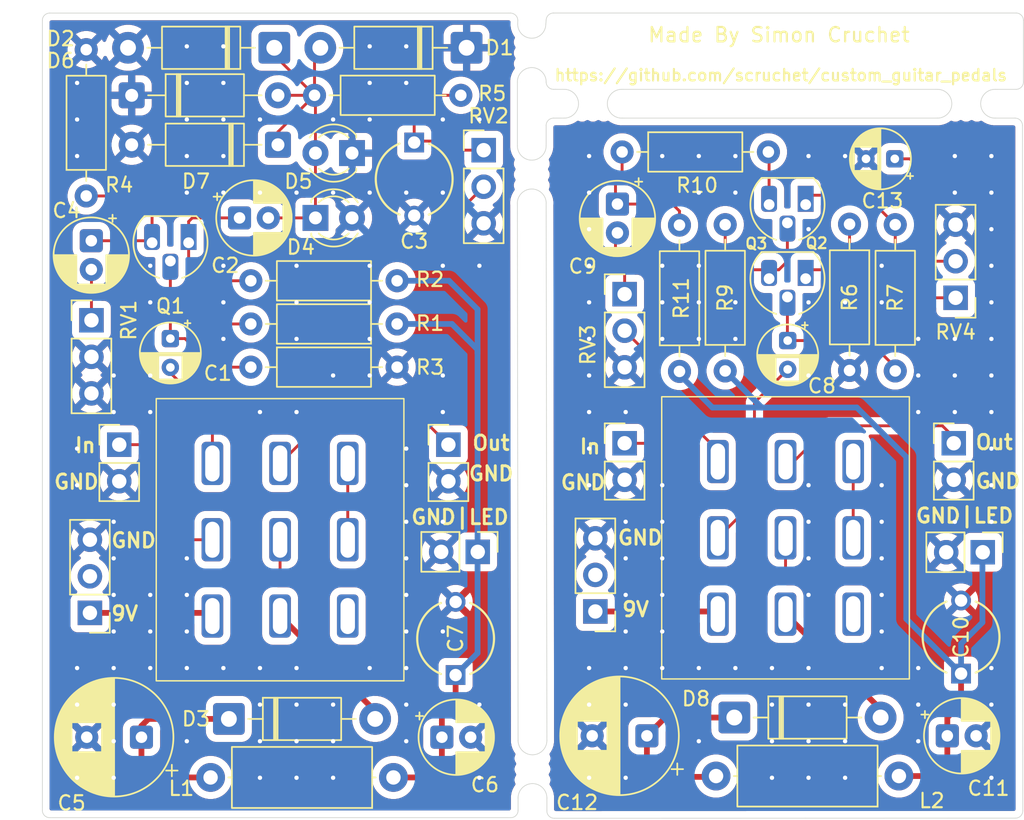
<source format=kicad_pcb>
(kicad_pcb (version 20241229) (generator "pcbnew") (generator_version "9.0")
  (layers (0 "F.Cu" signal) (2 "B.Cu" signal) (13 "F.Paste" user) (15 "B.Paste" user) (5 "F.SilkS" user "F.Silkscreen") (7 "B.SilkS" user "B.Silkscreen") (1 "F.Mask" user) (3 "B.Mask" user) (25 "Edge.Cuts" user))
  (net 0 "")
  (net 1 "Net-(Q1-B)")
  (net 2 "Input_clipper")
  (net 3 "Net-(D1-A)")
  (net 4 "Net-(Q1-C)")
  (net 5 "Net-(C3-Pad1)")
  (net 6 "GND")
  (net 7 "Net-(Q1-E)")
  (net 8 "Net-(C4-Pad2)")
  (net 9 "Net-(D3-K)")
  (net 10 "+9V")
  (net 11 "Net-(S1B-B)")
  (net 12 "Net-(S1A-B)")
  (net 14 "VCC")
  (net 15 "Output_clipper")
  (net 16 "Bypass_clipper")
  (net 17 "Net-(D3-A)")
  (net 19 "Net-(Q2-B)")
  (net 20 "Net-(C9-Pad2)")
  (net 21 "Net-(C9-Pad1)")
  (net 22 "Net-(D8-K)")
  (net 23 "Net-(C13-Pad1)")
  (net 24 "Net-(D8-A)")
  (net 25 "Net-(S2A-B)")
  (net 26 "Net-(S2B-B)")
  (net 28 "Net-(Q2-E)")
  (net 29 "Net-(Q2-C)")
  (net 30 "Net-(Q3-E)")
  (net 31 "Net-(Q3-C)")
  (net 32 "Output_fuzz")
  (net 34 "Input_fuzz")
  (net 35 "Bypass_fuzz")
  (net 36 "VCCQ")
  (net 37 "GND1")
  (net 38 "Input_power")
  (footprint "Perso:mouse-bite-2mm-slot" (layer "F.Cu") (at 144.1515 74.3695 90)
    (property "Reference" "H2" (hide yes))
    (property "Value" "MountingHole" (hide yes))
  )
  (footprint "LED_THT:LED_D3.0mm" (layer "F.Cu") (at 131.6675 72.8785 180)
    (property "Reference" "D4")
    (property "Value" "LED")
  )
  (footprint "Resistor_THT:R_Axial_DIN0207_L6.3mm_D2.5mm_P10.16mm_Horizontal" (layer "F.Cu") (at 150.426 72.8)
    (property "Reference" "R10")
    (property "Value" "4.7k")
  )
  (footprint "Connector_PinHeader_2.54mm:PinHeader_1x02_P2.54mm_Vertical" (layer "F.Cu") (at 138.36 93.13)
    (property "Reference" "J2" (hide yes))
    (property "Value" "Jack-DC")
  )
  (footprint "Diode_THT:D_DO-41_SOD81_P10.16mm_Horizontal" (layer "F.Cu") (at 126.2695 65.5645 180)
    (property "Reference" "D2")
    (property "Value" "D")
  )
  (footprint "Resistor_THT:R_Axial_DIN0207_L6.3mm_D2.5mm_P10.16mm_Horizontal" (layer "F.Cu") (at 134.7985 84.7465 180)
    (property "Reference" "R1")
    (property "Value" "22k")
  )
  (footprint "Resistor_THT:R_Axial_DIN0207_L6.3mm_D2.5mm_P10.16mm_Horizontal" (layer "F.Cu") (at 134.7985 81.7465 180)
    (property "Reference" "R2")
    (property "Value" "3.3k")
  )
  (footprint "Perso:mouse-bite-2mm-slot" (layer "F.Cu") (at 144.2015 115.6695 90)
    (property "Reference" "H1" (hide yes))
    (property "Value" "MountingHole" (hide yes))
  )
  (footprint "Resistor_THT:R_Axial_DIN0207_L6.3mm_D2.5mm_P10.16mm_Horizontal" (layer "F.Cu") (at 113.2085 75.8565 90)
    (property "Reference" "R4")
    (property "Value" "1k")
  )
  (footprint "Capacitor_THT:CP_Radial_D5.0mm_P2.00mm" (layer "F.Cu") (at 123.854387 77.3805)
    (property "Reference" "C2")
    (property "Value" "47u")
  )
  (footprint "Capacitor_THT:CP_Radial_D4.0mm_P2.00mm" (layer "F.Cu") (at 161.926 85.9 -90)
    (property "Reference" "C8")
    (property "Value" "10u")
  )
  (footprint "Resistor_THT:R_Axial_DIN0207_L6.3mm_D2.5mm_P10.16mm_Horizontal" (layer "F.Cu") (at 154.411 88.042 90)
    (property "Reference" "R11")
    (property "Value" "330")
  )
  (footprint "Diode_THT:D_DO-41_SOD81_P10.16mm_Horizontal" (layer "F.Cu") (at 158.22 112.081)
    (property "Reference" "D8")
    (property "Value" "D")
  )
  (footprint "Connector_PinHeader_2.54mm:PinHeader_1x02_P2.54mm_Vertical" (layer "F.Cu") (at 173.46 93.03)
    (property "Reference" "J4" (hide yes))
    (property "Value" "Jack-DC")
  )
  (footprint "Connector_PinHeader_2.54mm:PinHeader_1x03_P2.54mm_Vertical" (layer "F.Cu") (at 113.57 84.49)
    (property "Reference" "RV1")
    (property "Value" "1k - lin")
  )
  (footprint "Capacitor_THT:CP_Radial_D8.0mm_P3.80mm" (layer "F.Cu") (at 152.148651 113.351 180)
    (property "Reference" "C12")
    (property "Value" "470u")
  )
  (footprint "Connector_PinHeader_2.54mm:PinHeader_1x03_P2.54mm_Vertical" (layer "F.Cu") (at 148.568 104.715 180)
    (property "Reference" "J6" (hide yes))
    (property "Value" "Conn_01x03_Pin")
  )
  (footprint "Capacitor_THT:CP_Radial_D8.0mm_P3.80mm" (layer "F.Cu") (at 117.043151 113.4485 180)
    (property "Reference" "C5")
    (property "Value" "470u")
  )
  (footprint "Connector_PinHeader_2.54mm:PinHeader_1x02_P2.54mm_Vertical" (layer "F.Cu") (at 175.475 100.6 -90)
    (property "Reference" "J7" (hide yes))
    (property "Value" "Conn_01x02_Pin")
  )
  (footprint "Perso:2N3904" (layer "F.Cu") (at 163.176 81.6 180)
    (property "Reference" "Q2")
    (property "Value" "2N3904")
  )
  (footprint "Inductor_THT:L_Axial_L9.5mm_D4.0mm_P12.70mm_Horizontal_Fastron_SMCC" (layer "F.Cu") (at 169.65 116.145 180)
    (property "Reference" "L2")
    (property "Value" "22u")
  )
  (footprint "Resistor_THT:R_Axial_DIN0207_L6.3mm_D2.5mm_P10.16mm_Horizontal" (layer "F.Cu") (at 157.586 88.01 90)
    (property "Reference" "R9")
    (property "Value" "33k")
  )
  (footprint "Capacitor_THT:CP_Radial_D5.0mm_P2.00mm" (layer "F.Cu") (at 173.012888 113.351)
    (property "Reference" "C11")
    (property "Value" "1u")
  )
  (footprint "Resistor_THT:R_Axial_DIN0207_L6.3mm_D2.5mm_P10.16mm_Horizontal" (layer "F.Cu") (at 124.6385 87.7465)
    (property "Reference" "R3")
    (property "Value" "5.6k")
  )
  (footprint "Connector_PinHeader_2.54mm:PinHeader_1x03_P2.54mm_Vertical" (layer "F.Cu") (at 150.601 82.676)
    (property "Reference" "RV3")
    (property "Value" "500k - log")
  )
  (footprint "Perso:2N3904" (layer "F.Cu") (at 163.176 76.455 180)
    (property "Reference" "Q3")
    (property "Value" "2N3904")
  )
  (footprint "Connector_PinHeader_2.54mm:PinHeader_1x03_P2.54mm_Vertical" (layer "F.Cu") (at 140.8115 72.6765)
    (property "Reference" "RV2")
    (property "Value" "500k - log")
  )
  (footprint "Perso:mouse-bite-2mm-slot" (layer "F.Cu") (at 144.15 65.925 90)
    (property "Reference" "H5" (hide yes))
    (property "Value" "MountingHole" (hide yes))
  )
  (footprint "Connector_PinHeader_2.54mm:PinHeader_1x02_P2.54mm_Vertical" (layer "F.Cu") (at 140.4 100.575 -90)
    (property "Reference" "J9" (hide yes))
    (property "Value" "Conn_01x02_Pin")
  )
  (footprint "Connector_PinHeader_2.54mm:PinHeader_1x03_P2.54mm_Vertical" (layer "F.Cu") (at 173.588 82.93 180)
    (property "Reference" "RV4")
    (property "Value" "1k - lin")
  )
  (footprint "Capacitor_THT:CP_Radial_D4.0mm_P2.00mm" (layer "F.Cu") (at 119.0505 85.7625 -90)
    (property "Reference" "C1")
    (property "Value" "10u")
  )
  (footprint "Perso:Switch_Principal" (layer "F.Cu") (at 126.6705 99.7325)
    (property "Reference" "S1" (hide yes))
    (property "Value" "~" (hide yes))
  )
  (footprint "LED_THT:LED_D3.0mm" (layer "F.Cu") (at 129.1275 77.3805)
    (property "Reference" "D5")
    (property "Value" "LED")
  )
  (footprint "Perso:mouse-bite-2mm-slot" (layer "F.Cu") (at 148.4 69.45)
    (property "Reference" "H6" (hide yes))
    (property "Value" "MountingHole" (hide yes))
  )
  (footprint "Resistor_THT:R_Axial_DIN0207_L6.3mm_D2.5mm_P10.16mm_Horizontal" (layer "F.Cu") (at 129.0635 68.8665)
    (property "Reference" "R5")
    (property "Value" "3.3k")
  )
  (footprint "Perso:CAP_C322_KEM" (layer "F.Cu") (at 173.968 106.493 90)
    (property "Reference" "C10")
    (property "Value" "0.1u")
  )
  (footprint "Capacitor_THT:CP_Radial_D5.0mm_P2.00mm" (layer "F.Cu") (at 137.907388 113.4485)
    (property "Reference" "C6")
    (property "Value" "1u")
  )
  (footprint "Diode_THT:D_DO-41_SOD81_P10.16mm_Horizontal" (layer "F.Cu") (at 139.6245 65.5645 180)
    (property "Reference" "D1")
    (property "Value" "D")
  )
  (footprint "Diode_THT:D_DO-41_SOD81_P10.16mm_Horizontal" (layer "F.Cu") (at 123.1145 112.1785)
    (property "Reference" "D3")
    (property "Value" "D")
  )
  (footprint "Connector_PinHeader_2.54mm:PinHeader_1x02_P2.54mm_Vertical" (layer "F.Cu") (at 150.6 93.03)
    (property "Reference" "J5" (hide yes))
    (property "Value" "Jack-DC")
  )
  (footprint "Diode_THT:D_A-405_P10.16mm_Horizontal" (layer "F.Cu") (at 126.5235 72.3005 180)
    (property "Reference" "D7")
    (property "Value" "D")
  )
  (footprint "Resistor_THT:R_Axial_DIN0207_L6.3mm_D2.5mm_P10.16mm_Horizontal" (layer "F.Cu") (at 166.222 77.818 -90)
    (property "Reference" "R6")
    (property "Value" "1k")
  )
  (footprint "Package_TO_SOT_THT:TO-92_HandSolder" (layer "F.Cu") (at 120.3205 79.1045 180)
    (property "Reference" "Q1")
    (property "Value" "BC337")
  )
  (footprint "Inductor_THT:L_Axial_L9.5mm_D4.0mm_P12.70mm_Horizontal_Fastron_SMCC" (layer "F.Cu") (at 134.5445 116.2425 180)
    (property "Reference" "L1")
    (property "Value" "22u")
  )
  (footprint "Perso:CAP_C322_KEM" (layer "F.Cu") (at 138.8625 106.5905 90)
    (property "Reference" "C7")
    (property "Value" "0.1u")
  )
  (footprint "Diode_THT:D_A-405_P10.16mm_Horizontal" (layer "F.Cu") (at 116.3635 68.8665)
    (property "Reference" "D6")
    (property "Value" "D")
  )
  (footprint "Connector_PinHeader_2.54mm:PinHeader_1x03_P2.54mm_Vertical" (layer "F.Cu") (at 113.4625 104.8125 180)
    (property "Reference" "J3" (hide yes))
    (property "Value" "Conn_01x03_Pin")
  )
  (footprint "Perso:mouse-bite-2mm-slot" (layer "F.Cu") (at 174.325 69.45)
    (property "Reference" "H4" (hide yes))
    (property "Value" "MountingHole" (hide yes))
  )
  (footprint "Capacitor_THT:CP_Radial_D4.0mm_P2.00mm" (layer "F.Cu") (at 169.365 73.278 180)
    (property "Reference" "C13")
    (property "Value" "22u")
  )
  (footprint "Perso:CAP_C322_KEM" (layer "F.Cu") (at 135.9855 74.6845 -90)
    (property "Reference" "C3")
    (property "Value" "33n")
  )
  (footprint "Capacitor_THT:CP_Radial_D5.0mm_P2.00mm" (layer "F.Cu") (at 150.101 76.419888 -90)
    (property "Reference" "C9")
    (property "Value" "47u")
  )
  (footprint "Capacitor_THT:CP_Radial_D5.0mm_P2.00mm" (layer "F.Cu") (at 113.56 78.965387 -90)
    (property "Reference" "C4")
    (property "Value" "100u")
  )
  (footprint "Perso:Switch_Principal" (layer "F.Cu") (at 161.777 99.601)
    (property "Reference" "S2" (hide yes))
    (property "Value" "~" (hide yes))
  )
  (footprint "Connector_PinHeader_2.54mm:PinHeader_1x02_P2.54mm_Vertical" (layer "F.Cu") (at 115.5 93.13)
    (property "Reference" "J1" (hide yes))
    (property "Value" "Jack-DC")
  )
  (footprint "Resistor_THT:R_Axial_DIN0207_L6.3mm_D2.5mm_P10.16mm_Horizontal" (layer "F.Cu") (at 169.397 88.01 90)
    (property "Reference" "R7")
    (property "Value" "100k")
  )
  (gr_line (start 146.4 70.45) (end 145.65921 70.45121) (stroke (width 0.05)) (layer "Edge.Cuts"))
  (gr_line (start 177.74579 119.070001) (end 145.7095 119.0775) (stroke (width 0.05)) (layer "Edge.Cuts"))
  (gr_line (start 143.15121 67.9408) (end 143.1515 72.3695) (stroke (width 0.05)) (layer "Edge.Cuts"))
  (gr_arc (start 145.65921 68.44879) (mid 145.3 68.3) (end 145.15121 67.94079) (stroke (width 0.05)) (layer "Edge.Cuts"))
  (gr_line (start 172.325 70.45) (end 150.424981 70.45) (stroke (width 0.05)) (layer "Edge.Cuts"))
  (gr_line (start 143.1515 76.3695) (end 143.2015 113.6695) (stroke (width 0.05)) (layer "Edge.Cuts"))
  (gr_arc (start 143.146512 76.3695) (mid 144.1515 75.364512) (end 145.156488 76.3695) (stroke (width 0.05)) (layer "Edge.Cuts"))
  (gr_arc (start 177.724 70.45121) (mid 178.08321 70.6) (end 178.232 70.95921) (stroke (width 0.05)) (layer "Edge.Cuts"))
  (gr_arc (start 145.1515 72.3695) (mid 144.1515 73.3695) (end 143.1515 72.3695) (stroke (width 0.05)) (layer "Edge.Cuts"))
  (gr_line (start 178.29879 67.942) (end 178.3 63.65) (stroke (width 0.05)) (layer "Edge.Cuts"))
  (gr_arc (start 146.4 68.45) (mid 147.4 69.45) (end 146.4 70.45) (stroke (width 0.05)) (layer "Edge.Cuts"))
  (gr_arc (start 143.2015 117.6695) (mid 144.2015 116.6695) (end 145.2015 117.6695) (stroke (width 0.05)) (layer "Edge.Cuts"))
  (gr_line (start 145.151211 63.65921) (end 145.125 63.925) (stroke (width 0.05)) (layer "Edge.Cuts"))
  (gr_arc (start 145.15121 70.95921) (mid 145.3 70.6) (end 145.65921 70.45121) (stroke (width 0.05)) (layer "Edge.Cuts"))
  (gr_arc (start 178.29879 67.942) (mid 178.15 68.30121) (end 177.79079 68.45) (stroke (width 0.05)) (layer "Edge.Cuts"))
  (gr_line (start 146.4 68.45) (end 145.65921 68.448789) (stroke (width 0.05)) (layer "Edge.Cuts"))
  (gr_arc (start 110.6685 119.0365) (mid 110.30929 118.88771) (end 110.1605 118.5285) (stroke (width 0.05)) (layer "Edge.Cuts"))
  (gr_line (start 143.1805 63.6645) (end 143.175 63.925) (stroke (width 0.05)) (layer "Edge.Cuts"))
  (gr_arc (start 145.15121 63.65921) (mid 145.3 63.3) (end 145.65921 63.15121) (stroke (width 0.05)) (layer "Edge.Cuts"))
  (gr_arc (start 142.6725 63.1565) (mid 143.03171 63.30529) (end 143.1805 63.6645) (stroke (width 0.05)) (layer "Edge.Cuts"))
  (gr_arc (start 172.325 68.45) (mid 173.325 69.45) (end 172.325 70.45) (stroke (width 0.05)) (layer "Edge.Cuts"))
  (gr_arc (start 176.349383 70.449703) (mid 175.325074 69.462192) (end 176.325 68.45) (stroke (width 0.05)) (layer "Edge.Cuts"))
  (gr_line (start 110.6685 63.1565) (end 142.6725 63.1565) (stroke (width 0.05)) (layer "Edge.Cuts"))
  (gr_line (start 176.349383 70.449703) (end 177.724 70.449971) (stroke (width 0.05)) (layer "Edge.Cuts"))
  (gr_line (start 178.25379 118.562) (end 178.232 70.95921) (stroke (width 0.05)) (layer "Edge.Cuts"))
  (gr_line (start 142.6935 119.0365) (end 110.6685 119.0365) (stroke (width 0.05)) (layer "Edge.Cuts"))
  (gr_arc (start 178.25379 118.562001) (mid 178.105 118.921211) (end 177.74579 119.070001) (stroke (width 0.05)) (layer "Edge.Cuts"))
  (gr_arc (start 145.125 63.925) (mid 144.15 64.9) (end 143.175 63.925) (stroke (width 0.05)) (layer "Edge.Cuts"))
  (gr_arc (start 177.79079 63.15121) (mid 178.15 63.3) (end 178.29879 63.65921) (stroke (width 0.05)) (layer "Edge.Cuts"))
  (gr_line (start 143.2015 117.6695) (end 143.2015 118.5285) (stroke (width 0.05)) (layer "Edge.Cuts"))
  (gr_arc (start 110.1605 63.6645) (mid 110.30929 63.30529) (end 110.6685 63.1565) (stroke (width 0.05)) (layer "Edge.Cuts"))
  (gr_arc (start 143.2015 118.5285) (mid 143.05271 118.88771) (end 142.6935 119.0365) (stroke (width 0.05)) (layer "Edge.Cuts"))
  (gr_line (start 145.1515 72.3695) (end 145.15121 70.95921) (stroke (width 0.05)) (layer "Edge.Cuts"))
  (gr_arc (start 145.2015 113.6695) (mid 144.2015 114.6695) (end 143.2015 113.6695) (stroke (width 0.05)) (layer "Edge.Cuts"))
  (gr_line (start 145.1515 76.3695) (end 145.2015 113.6695) (stroke (width 0.05)) (layer "Edge.Cuts"))
  (gr_line (start 110.1605 118.5285) (end 110.1605 63.6645) (stroke (width 0.05)) (layer "Edge.Cuts"))
  (gr_arc (start 143.15121 67.9408) (mid 144.15121 66.9408) (end 145.15121 67.9408) (stroke (width 0.05)) (layer "Edge.Cuts"))
  (gr_line (start 150.4 68.45) (end 172.325 68.45) (stroke (width 0.05)) (layer "Edge.Cuts"))
  (gr_line (start 176.328999 68.450008) (end 177.79079 68.449989) (stroke (width 0.05)) (layer "Edge.Cuts"))
  (gr_line (start 145.2015 117.6695) (end 145.2015 118.5695) (stroke (width 0.05)) (layer "Edge.Cuts"))
  (gr_line (start 177.7908 63.15121) (end 145.65 63.15121) (stroke (width 0.05)) (layer "Edge.Cuts"))
  (gr_arc (start 150.424981 70.45) (mid 149.399766 69.462491) (end 150.4 68.449688) (stroke (width 0.05)) (layer "Edge.Cuts"))
  (gr_arc (start 145.7095 119.0775) (mid 145.35029 118.92871) (end 145.2015 118.5695) (stroke (width 0.05)) (layer "Edge.Cuts"))
  (gr_text "GND\n" (at 150.026 100.175 0) (layer "F.SilkS") (effects (font (size 1 1) (thickness 0.2) (bold yes)) (justify left bottom)))
  (gr_text "GND\n" (at 139.675 95.725 0) (layer "F.SilkS") (effects (font (size 1 1) (thickness 0.2) (bold yes)) (justify left bottom)))
  (gr_text "GND|LED\n" (at 135.675 98.75 0) (layer "F.SilkS") (effects (font (size 1 1) (thickness 0.2) (bold yes)) (justify left bottom)))
  (gr_text "GND\n" (at 114.8425 100.3675 0) (layer "F.SilkS") (effects (font (size 1 1) (thickness 0.2) (bold yes)) (justify left bottom)))
  (gr_text "Out\n" (at 174.875 93.55 0) (layer "F.SilkS") (effects (font (size 1 1) (thickness 0.2) (bold yes)) (justify left bottom)))
  (gr_text "In" (at 147.376 93.85 0) (layer "F.SilkS") (effects (font (size 1 1) (thickness 0.2) (bold yes)) (justify left bottom)))
  (gr_text "GND\n" (at 110.87 96.3 0) (layer "F.SilkS") (effects (font (size 1 1) (thickness 0.2) (bold yes)) (justify left bottom)))
  (gr_text "In" (at 112.3195 93.7635 0) (layer "F.SilkS") (effects (font (size 1 1) (thickness 0.2) (bold yes)) (justify left bottom)))
  (gr_text "GND\n" (at 174.875 96.25 0) (layer "F.SilkS") (effects (font (size 1 1) (thickness 0.2) (bold yes)) (justify left bottom)))
  (gr_text "Made By Simon Cruchet" (at 152.15 65.25 0) (layer "F.SilkS") (effects (font (size 1 1)) (justify left bottom)))
  (gr_text "GND\n" (at 146.06 96.34 0) (layer "F.SilkS") (effects (font (size 1 1) (thickness 0.2) (bold yes)) (justify left bottom)))
  (gr_text "Out\n" (at 139.925 93.6 0) (layer "F.SilkS") (effects (font (size 1 1) (thickness 0.2) (bold yes)) (justify left bottom)))
  (gr_text "9V" (at 114.8425 105.4475 0) (layer "F.SilkS") (effects (font (size 1 1) (thickness 0.2) (bold yes)) (justify left bottom)))
  (gr_text "9V" (at 150.326 105.15 0) (layer "F.SilkS") (effects (font (size 1 1) (thickness 0.2) (bold yes)) (justify left bottom)))
  (gr_text "https://github.com/scruchet/custom_guitar_pedals" (at 145.65921 67.94079 0) (layer "F.SilkS") (effects (font (size 0.8 0.8)) (justify left bottom)))
  (gr_text "GND|LED\n" (at 170.725 98.65 0) (layer "F.SilkS") (effects (font (size 1 1) (thickness 0.2) (bold yes)) (justify left bottom)))
  (segment (start 120.3205 84.7465) (end 124.6385 84.7465) (width 0.2) (layer "F.Cu") (net 1))
  (segment (start 124.6385 84.7465) (end 124.6385 85.2545) (width 0.2) (layer "F.Cu") (net 1))
  (segment (start 119.0505 83.4765) (end 120.3205 84.7465) (width 0.2) (layer "F.Cu") (net 1))
  (segment (start 119.0505 85.7625) (end 119.0505 80.3745) (width 0.2) (layer "F.Cu") (net 1))
  (segment (start 122.0505 87.7465) (end 124.6385 87.7465) (width 0.2) (layer "F.Cu") (net 1))
  (segment (start 119.0505 83.8625) (end 119.0505 82.9685) (width 0.2) (layer "F.Cu") (net 1))
  (segment (start 119.0505 82.9685) (end 119.0505 83.4765) (width 0.2) (layer "F.Cu") (net 1))
  (segment (start 119.0505 85.7625) (end 120.0665 85.7625) (width 0.2) (layer "F.Cu") (net 1))
  (segment (start 120.0665 85.7625) (end 122.0505 87.7465) (width 0.2) (layer "F.Cu") (net 1))
  (segment (start 124.6385 84.8325) (end 124.7245 84.7465) (width 0.2) (layer "F.Cu") (net 1))
  (segment (start 124.8045 87.7465) (end 124.6385 87.5805) (width 0.2) (layer "F.Cu") (net 1))
  (segment (start 119.5585 88.6485) (end 119.0505 88.1405) (width 0.2) (layer "F.Cu") (net 2))
  (segment (start 119.0505 88.1405) (end 119.0505 87.7625) (width 0.2) (layer "F.Cu") (net 2))
  (segment (start 121.9705 99.7325) (end 120.0665 99.7325) (width 0.2) (layer "F.Cu") (net 2))
  (segment (start 119.5585 99.2245) (end 119.5585 88.6485) (width 0.2) (layer "F.Cu") (net 2))
  (segment (start 120.0665 99.7325) (end 119.5585 99.2245) (width 0.2) (layer "F.Cu") (net 2))
  (segment (start 129.1275 68.9555) (end 129.1275 72.8785) (width 0.2) (layer "F.Cu") (net 3))
  (segment (start 129.1275 72.8785) (end 128.5185 72.8785) (width 0.2) (layer "F.Cu") (net 3))
  (segment (start 129.1795 68.8665) (end 129.3815 69.0685) (width 0.2) (layer "F.Cu") (net 3))
  (segment (start 126.2695 65.5645) (end 126.2695 66.0725) (width 0.2) (layer "F.Cu") (net 3))
  (segment (start 126.5235 68.8665) (end 129.0635 68.8665) (width 0.2) (layer "F.Cu") (net 3))
  (segment (start 129.0635 65.5645) (end 129.0635 68.8665) (width 0.2) (layer "F.Cu") (net 3))
  (segment (start 125.854387 77.3805) (end 129.1275 77.3805) (width 0.2) (layer "F.Cu") (net 3))
  (segment (start 126.5235 71.4065) (end 129.0635 68.8665) (width 0.2) (layer "F.Cu") (net 3))
  (segment (start 126.5235 72.3005) (end 126.5235 71.4065) (width 0.2) (layer "F.Cu") (net 3))
  (segment (start 129.0635 68.8915) (end 129.1275 68.9555) (width 0.2) (layer "F.Cu") (net 3))
  (segment (start 126.2695 66.0725) (end 129.0635 68.8665) (width 0.2) (layer "F.Cu") (net 3))
  (segment (start 129.0635 68.8665) (end 129.0635 68.8915) (width 0.2) (layer "F.Cu") (net 3))
  (segment (start 129.1275 77.3805) (end 129.1275 72.8785) (width 0.2) (layer "F.Cu") (net 3))
  (segment (start 120.3205 79.1045) (end 120.3205 80.9925) (width 0.2) (layer "F.Cu") (net 4))
  (segment (start 121.0745 81.7465) (end 124.6385 81.7465) (width 0.2) (layer "F.Cu") (net 4))
  (segment (start 120.3205 77.6345) (end 120.3205 79.1045) (width 0.2) (layer "F.Cu") (net 4))
  (segment (start 120.5745 77.3805) (end 120.3205 77.6345) (width 0.2) (layer "F.Cu") (net 4))
  (segment (start 120.3205 80.9925) (end 121.0745 81.7465) (width 0.2) (layer "F.Cu") (net 4))
  (segment (start 120.5505 78.8745) (end 120.3205 79.1045) (width 0.2) (layer "F.Cu") (net 4))
  (segment (start 123.854387 77.3805) (end 120.5745 77.3805) (width 0.2) (layer "F.Cu") (net 4))
  (segment (start 136.6835 68.8665) (end 139.2235 68.8665) (width 0.2) (layer "F.Cu") (net 5))
  (segment (start 139.2235 72.6765) (end 138.5935 72.0465) (width 0.2) (layer "F.Cu") (net 5))
  (segment (start 138.5935 72.0465) (end 136.0835 72.0465) (width 0.2) (layer "F.Cu") (net 5))
  (segment (start 136.0835 72.0465) (end 135.9855 72.1445) (width 0.2) (layer "F.Cu") (net 5))
  (segment (start 140.8115 72.6765) (end 139.2235 72.6765) (width 0.2) (layer "F.Cu") (net 5))
  (segment (start 135.9855 69.5645) (end 136.6835 68.8665) (width 0.2) (layer "F.Cu") (net 5))
  (segment (start 135.9855 72.1445) (end 135.9855 69.5645) (width 0.2) (layer "F.Cu") (net 5))
  (via (at 135.4335 65.465) (size 0.6) (drill 0.3) (layers "F.Cu" "B.Cu") (net 6))
  (via (at 117.6535 83.245) (size 0.6) (drill 0.3) (layers "F.Cu" "B.Cu") (net 6))
  (via (at 137.9735 106.105) (size 0.6) (drill 0.3) (layers "F.Cu" "B.Cu") (net 6))
  (via (at 127.8135 85.785) (size 0.6) (drill 0.3) (layers "F.Cu" "B.Cu") (net 6))
  (via (at 115.1135 103.565) (size 0.6) (drill 0.3) (layers "F.Cu" "B.Cu") (net 6))
  (via (at 112.5735 108.645) (size 0.6) (drill 0.3) (layers "F.Cu" "B.Cu") (net 6))
  (via (at 127.8135 75.625) (size 0.6) (drill 0.3) (layers "F.Cu" "B.Cu") (net 6))
  (via (at 115.1135 88.325) (size 0.6) (drill 0.3) (layers "F.Cu" "B.Cu") (net 6))
  (via (at 115.1135 101.025) (size 0.6) (drill 0.3) (layers "F.Cu" "B.Cu") (net 6))
  (via (at 130.3535 88.325) (size 0.6) (drill 0.3) (layers "F.Cu" "B.Cu") (net 6))
  (via (at 132.8935 75.625) (size 0.6) (drill 0.3) (layers "F.Cu" "B.Cu") (net 6))
  (via (at 120.1935 101.025) (size 0.6) (drill 0.3) (layers "F.Cu" "B.Cu") (net 6))
  (via (at 122.7335 80.705) (size 0.6) (drill 0.3) (layers "F.Cu" "B.Cu") (net 6))
  (via (at 127.8135 90.865) (size 0.6) (drill 0.3) (layers "F.Cu" "B.Cu") (net 6))
  (via (at 115.1135 108.645) (size 0.6) (drill 0.3) (layers "F.Cu" "B.Cu") (net 6))
  (via (at 115.1135 111.185) (size 0.6) (drill 0.3) (layers "F.Cu" "B.Cu") (net 6))
  (via (at 140.5135 111.185) (size 0.6) (drill 0.3) (layers "F.Cu" "B.Cu") (net 6))
  (via (at 125.2735 90.865) (size 0.6) (drill 0.3) (layers "F.Cu" "B.Cu") (net 6))
  (via (at 132.8935 83.245) (size 0.6) (drill 0.3) (layers "F.Cu" "B.Cu") (net 6))
  (via (at 120.1935 108.645) (size 0.6) (drill 0.3) (layers "F.Cu" "B.Cu") (net 6))
  (via (at 122.7335 65.465) (size 0.6) (drill 0.3) (layers "F.Cu" "B.Cu") (net 6))
  (via (at 115.1135 98.485) (size 0.6) (drill 0.3) (layers "F.Cu" "B.Cu") (net 6))
  (via (at 135.4335 113.725) (size 0.6) (drill 0.3) (layers "F.Cu" "B.Cu") (net 6))
  (via (at 137.9735 98.485) (size 0.6) (drill 0.3) (layers "F.Cu" "B.Cu") (net 6))
  (via (at 122.7335 83.245) (size 0.6) (drill 0.3) (layers "F.Cu" "B.Cu") (net 6))
  (via (at 137.9735 80.705) (size 0.6) (drill 0.3) (layers "F.Cu" "B.Cu") (net 6))
  (via (at 120.1935 68.005) (size 0.6) (drill 0.3) (layers "F.Cu" "B.Cu") (net 6))
  (via (at 135.4335 98.485) (size 0.6) (drill 0.3) (layers "F.Cu" "B.Cu") (net 6))
  (via (at 112.5735 95.945) (size 0.6) (drill 0.3) (layers "F.Cu" "B.Cu") (net 6))
  (via (at 130.3535 75.625) (size 0.6) (drill 0.3) (layers "F.Cu" "B.Cu") (net 6))
  (via (at 127.8135 80.705) (size 0.6) (drill 0.3) (layers "F.Cu" "B.Cu") (net 6))
  (via (at 135.4335 75.625) (size 0.6) (drill 0.3) (layers "F.Cu" "B.Cu") (net 6))
  (via (at 122.7335 75.625) (size 0.6) (drill 0.3) (layers "F.Cu" "B.Cu") (net 6))
  (via (at 117.6535 88.325) (size 0.6) (drill 0.3) (layers "F.Cu" "B.Cu") (net 6))
  (via (at 122.7335 85.785) (size 0.6) (drill 0.3) (layers "F.Cu" "B.Cu") (net 6))
  (via (at 135.4335 106.105) (size 0.6) (drill 0.3) (layers "F.Cu" "B.Cu") (net 6))
  (via (at 125.2735 116.265) (size 0.6) (drill 0.3) (layers "F.Cu" "B.Cu") (net 6))
  (via (at 135.4335 101.025) (size 0.6) (drill 0.3) (layers "F.Cu" "B.Cu") (net 6))
  (via (at 115.1135 113.725) (size 0.6) (drill 0.3) (layers "F.Cu" "B.Cu") (net 6))
  (via (at 132.8935 80.705) (size 0.6) (drill 0.3) (layers "F.Cu" "B.Cu") (net 6))
  (via (at 122.7335 68.005) (size 0.6) (drill 0.3) (layers "F.Cu" "B.Cu") (net 6))
  (via (at 137.9735 75.625) (size 0.6) (drill 0.3) (layers "F.Cu" "B.Cu") (net 6))
  (via (at 135.4335 68.005) (size 0.6) (drill 0.3) (layers "F.Cu" "B.Cu") (net 6))
  (via (at 122.7335 108.645) (size 0.6) (drill 0.3) (layers "F.Cu" "B.Cu") (net 6))
  (via (at 135.4335 93.405) (size 0.6) (drill 0.3) (layers "F.Cu" "B.Cu") (net 6))
  (via (at 137.9735 90.865) (size 0.6) (drill 0.3) (layers "F.Cu" "B.Cu") (net 6))
  (via (at 130.3535 116.265) (size 0.6) (drill 0.3) (layers "F.Cu" "B.Cu") (net 6))
  (via (at 127.8135 108.645) (size 0.6) (drill 0.3) (layers "F.Cu" "B.Cu") (net 6))
  (via (at 122.7335 73.085) (size 0.6) (drill 0.3) (layers "F.Cu" "B.Cu") (net 6))
  (via (at 132.8935 68.005) (size 0.6) (drill 0.3) (layers "F.Cu" "B.Cu") (net 6))
  (via (at 140.5135 80.705) (size 0.6) (drill 0.3) (layers "F.Cu" "B.Cu") (net 6))
  (via (at 135.4335 108.645) (size 0.6) (drill 0.3) (layers "F.Cu" "B.Cu") (net 6))
  (via (at 112.5735 70.545) (size 0.6) (drill 0.3) (layers "F.Cu" "B.Cu") (net 6))
  (via (at 112.5735 73.085) (size 0.6) (drill 0.3) (layers "F.Cu" "B.Cu") (net 6))
  (via (at 112.5735 68.005) (size 0.6) (drill 0.3) (layers "F.Cu" "B.Cu") (net 6))
  (via (at 125.2735 113.725) (size 0.6) (drill 0.3) (layers "F.Cu" "B.Cu") (net 6))
  (via (at 117.6535 108.645) (size 0.6) (drill 0.3) (layers "F.Cu" "B.Cu") (net 6))
  (via (at 135.4335 103.565) (size 0.6) (drill 0.3) (layers "F.Cu" "B.Cu") (net 6))
  (via (at 115.1135 106.105) (size 0.6) (drill 0.3) (layers "F.Cu" "B.Cu") (net 6))
  (via (at 125.2735 108.645) (size 0.6) (drill 0.3) (layers "F.Cu" "B.Cu") (net 6))
  (via (at 140.5135 116.265) (size 0.6) (drill 0.3) (layers "F.Cu" "B.Cu") (net 6))
  (via (at 132.8935 108.645) (size 0.6) (drill 0.3) (layers "F.Cu" "B.Cu") (net 6))
  (via (at 112.5735 93.405) (size 0.6) (drill 0.3) (layers "F.Cu" "B.Cu") (net 6))
  (via (at 140.5135 70.545) (size 0.6) (drill 0.3) (layers "F.Cu" "B.Cu") (net 6))
  (via (at 125.2735 75.625) (size 0.6) (drill 0.3) (layers "F.Cu" "B.Cu") (net 6))
  (via (at 127.8135 116.265) (size 0.6) (drill 0.3) (layers "F.Cu" "B.Cu") (net 6))
  (via (at 120.1935 106.105) (size 0.6) (drill 0.3) (layers "F.Cu" "B.Cu") (net 6))
  (via (at 112.5735 116.265) (size 0.6) (drill 0.3) (layers "F.Cu" "B.Cu") (net 6))
  (via (at 132.8935 85.785) (size 0.6) (drill 0.3) (layers "F.Cu" "B.Cu") (net 6))
  (via (at 132.8935 65.465) (size 0.6) (drill 0.3) (layers "F.Cu" "B.Cu") (net 6))
  (via (at 120.1935 65.465) (size 0.6) (drill 0.3) (layers "F.Cu" "B.Cu") (net 6))
  (via (at 117.6535 90.865) (size 0.6) (drill 0.3) (layers "F.Cu" "B.Cu") (net 6))
  (via (at 137.9735 70.545) (size 0.6) (drill 0.3) (layers "F.Cu" "B.Cu") (net 6))
  (via (at 130.3535 70.545) (size 0.6) (drill 0.3) (layers "F.Cu" "B.Cu") (net 6))
  (via (at 135.4335 111.185) (size 0.6) (drill 0.3) (layers "F.Cu" "B.Cu") (net 6))
  (via (at 120.1935 70.545) (size 0.6) (drill 0.3) (layers "F.Cu" "B.Cu") (net 6))
  (via (at 117.6535 80.705) (size 0.6) (drill 0.3) (layers "F.Cu" "B.Cu") (net 6))
  (via (at 120.1935 103.565) (size 0.6) (drill 0.3) (layers "F.Cu" "B.Cu") (net 6))
  (via (at 135.4335 95.945) (size 0.6) (drill 0.3) (layers "F.Cu" "B.Cu") (net 6))
  (via (at 115.1135 90.865) (size 0.6) (drill 0.3) (layers "F.Cu" "B.Cu") (net 6))
  (via (at 122.7335 70.545) (size 0.6) (drill 0.3) (layers "F.Cu" "B.Cu") (net 6))
  (via (at 132.8935 70.545) (size 0.6) (drill 0.3) (layers "F.Cu" "B.Cu") (net 6))
  (via (at 130.3535 113.725) (size 0.6) (drill 0.3) (layers "F.Cu" "B.Cu") (net 6))
  (via (at 127.8135 113.725) (size 0.6) (drill 0.3) (layers "F.Cu" "B.Cu") (net 6))
  (via (at 115.1135 116.265) (size 0.6) (drill 0.3) (layers "F.Cu" "B.Cu") (net 6))
  (via (at 117.6535 103.565) (size 0.6) (drill 0.3) (layers "F.Cu" "B.Cu") (net 6))
  (via (at 117.6535 106.105) (size 0.6) (drill 0.3) (layers "F.Cu" "B.Cu") (net 6))
  (via (at 120.1935 113.725) (size 0.6) (drill 0.3) (layers "F.Cu" "B.Cu") (net 6))
  (via (at 127.8135 83.245) (size 0.6) (drill 0.3) (layers "F.Cu" "B.Cu") (net 6))
  (via (at 132.8935 88.325) (size 0.6) (drill 0.3) (layers "F.Cu" "B.Cu") (net 6))
  (via (at 120.1935 73.085) (size 0.6) (drill 0.3) (layers "F.Cu" "B.Cu") (net 6))
  (via (at 127.8135 111.185) (size 0.6) (drill 0.3) (layers "F.Cu" "B.Cu") (net 6))
  (via (at 125.2735 111.185) (size 0.6) (drill 0.3) (layers "F.Cu" "B.Cu") (net 6))
  (via (at 137.9735 88.325) (size 0.6) (drill 0.3) (layers "F.Cu" "B.Cu") (net 6))
  (via (at 125.2735 70.545) (size 0.6) (drill 0.3) (layers "F.Cu" "B.Cu") (net 6))
  (via (at 130.3535 111.185) (size 0.6) (drill 0.3) (layers "F.Cu" "B.Cu") (net 6))
  (via (at 120.1935 75.625) (size 0.6) (drill 0.3) (layers "F.Cu" "B.Cu") (net 6))
  (via (at 112.5735 111.185) (size 0.6) (drill 0.3) (layers "F.Cu" "B.Cu") (net 6))
  (segment (start 117.7805 76.6185) (end 117.7805 79.1045) (width 0.2) (layer "F.Cu") (net 7))
  (segment (start 117.7805 79.1045) (end 117.641387 78.965387) (width 0.2) (layer "F.Cu") (net 7))
  (segment (start 117.641387 78.965387) (end 113.56 78.965387) (width 0.2) (layer "F.Cu") (net 7))
  (segment (start 113.2085 75.8565) (end 117.0185 75.8565) (width 0.2) (layer "F.Cu") (net 7))
  (segment (start 117.0185 75.8565) (end 117.7805 76.6185) (width 0.2) (layer "F.Cu") (net 7))
  (segment (start 117.4585 78.7825) (end 117.7805 79.1045) (width 0.2) (layer "F.Cu") (net 7))
  (segment (start 113.57 80.975387) (end 113.57 84.49) (width 0.2) (layer "F.Cu") (net 8))
  (segment (start 113.56 80.965387) (end 113.57 80.975387) (width 0.2) (layer "F.Cu") (net 8))
  (segment (start 117.043151 112.661849) (end 117.043151 113.4485) (width 0.4) (layer "F.Cu") (net 9))
  (segment (start 118.2885 116.2425) (end 121.8445 116.2425) (width 0.4) (layer "F.Cu") (net 9))
  (segment (start 123.1145 112.1785) (end 117.5265 112.1785) (width 0.4) (layer "F.Cu") (net 9))
  (segment (start 117.5265 112.1785) (end 117.043151 112.661849) (width 0.4) (layer "F.Cu") (net 9))
  (segment (start 117.043151 113.4485) (end 117.043151 114.997151) (width 0.4) (layer "F.Cu") (net 9))
  (segment (start 117.043151 114.997151) (end 118.2885 116.2425) (width 0.4) (layer "F.Cu") (net 9))
  (segment (start 121.3365 116.4965) (end 121.8445 115.9885) (width 0.4) (layer "F.Cu") (net 9))
  (segment (start 121.7505 104.8125) (end 121.9705 105.0325) (width 0.4) (layer "F.Cu") (net 10))
  (segment (start 121.9365 105.0665) (end 121.9705 105.0325) (width 0.4) (layer "F.Cu") (net 10))
  (segment (start 113.4625 104.8125) (end 113.7165 104.8125) (width 0.2) (layer "F.Cu") (net 10))
  (segment (start 113.7165 104.8125) (end 113.9365 105.0325) (width 0.2) (layer "F.Cu") (net 10))
  (segment (start 113.4625 104.8125) (end 121.7505 104.8125) (width 0.4) (layer "F.Cu") (net 10))
  (segment (start 117.5265 93.1285) (end 115.4945 93.1285) (width 0.2) (layer "F.Cu") (net 11))
  (segment (start 118.5425 101.5105) (end 118.5425 94.1445) (width 0.2) (layer "F.Cu") (net 11))
  (segment (start 126.6705 99.7325) (end 126.6705 101.7645) (width 0.2) (layer "F.Cu") (net 11))
  (segment (start 119.3045 102.2725) (end 118.5425 101.5105) (width 0.2) (layer "F.Cu") (net 11))
  (segment (start 118.5425 94.1445) (end 117.5265 93.1285) (width 0.2) (layer "F.Cu") (net 11))
  (segment (start 126.1625 102.2725) (end 119.3045 102.2725) (width 0.2) (layer "F.Cu") (net 11))
  (segment (start 126.6705 101.7645) (end 126.1625 102.2725) (width 0.2) (layer "F.Cu") (net 11))
  (segment (start 136.5755 91.3555) (end 138.3485 93.1285) (width 0.2) (layer "F.Cu") (net 12))
  (segment (start 138.3485 93.1285) (end 138.3545 93.1285) (width 0.2) (layer "F.Cu") (net 12))
  (segment (start 129.7475 91.3555) (end 136.5755 91.3555) (width 0.2) (layer "F.Cu") (net 12))
  (segment (start 126.6705 94.4325) (end 129.7475 91.3555) (width 0.2) (layer "F.Cu") (net 12))
  (segment (start 137.907388 115.419612) (end 137.907388 113.4485) (width 0.4) (layer "F.Cu") (net 14))
  (segment (start 138.8625 110.7815) (end 138.8625 109.1305) (width 0.4) (layer "F.Cu") (net 14))
  (segment (start 137.0845 116.2425) (end 137.907388 115.419612) (width 0.4) (layer "F.Cu") (net 14))
  (segment (start 137.907388 111.736612) (end 138.8625 110.7815) (width 0.4) (layer "F.Cu") (net 14))
  (segment (start 134.5445 116.2425) (end 137.0845 116.2425) (width 0.4) (layer "F.Cu") (net 14))
  (segment (start 137.907388 113.4485) (end 137.907388 111.736612) (width 0.4) (layer "F.Cu") (net 14))
  (segment (start 138.4025 81.7465) (end 134.7985 81.7465) (width 0.4) (layer "B.Cu") (net 14))
  (segment (start 138.8625 109.1305) (end 140.3865 107.6065) (width 0.4) (layer "B.Cu") (net 14))
  (segment (start 140.3865 107.6065) (end 140.3865 86.5245) (width 0.4) (layer "B.Cu") (net 14))
  (segment (start 138.6085 84.7465) (end 134.7985 84.7465) (width 0.4) (layer "B.Cu") (net 14))
  (segment (start 140.3865 83.7305) (end 138.4025 81.7465) (width 0.4) (layer "B.Cu") (net 14))
  (segment (start 139.6245 85.7625) (end 138.6085 84.7465) (width 0.4) (layer "B.Cu") (net 14))
  (segment (start 140.3865 86.5245) (end 139.6245 85.7625) (width 0.4) (layer "B.Cu") (net 14))
  (segment (start 140.3865 86.7785) (end 140.3865 83.7305) (width 0.4) (layer "B.Cu") (net 14))
  (segment (start 132.2585 78.9045) (end 137.1235 78.9045) (width 0.2) (layer "F.Cu") (net 15))
  (segment (start 121.9705 94.4325) (end 121.9705 90.7165) (width 0.2) (layer "F.Cu") (net 15))
  (segment (start 121.9705 90.7165) (end 123.4955 89.1915) (width 0.2) (layer "F.Cu") (net 15))
  (segment (start 137.1235 78.9045) (end 140.8115 75.2165) (width 0.2) (layer "F.Cu") (net 15))
  (segment (start 130.7345 80.4285) (end 132.2585 78.9045) (width 0.2) (layer "F.Cu") (net 15))
  (segment (start 123.4955 89.1915) (end 127.0515 89.1915) (width 0.2) (layer "F.Cu") (net 15))
  (segment (start 130.7345 85.5085) (end 130.7345 80.4285) (width 0.2) (layer "F.Cu") (net 15))
  (segment (start 127.0515 89.1915) (end 130.7345 85.5085) (width 0.2) (layer "F.Cu") (net 15))
  (segment (start 131.3705 94.4325) (end 131.3705 99.7325) (width 0.2) (layer "F.Cu") (net 16))
  (segment (start 133.2745 111.6365) (end 133.2745 112.1785) (width 0.4) (layer "F.Cu") (net 17))
  (segment (start 126.6705 105.0325) (end 133.2745 111.6365) (width 0.4) (layer "F.Cu") (net 17))
  (segment (start 161.926 85.9) (end 167.551 85.9) (width 0.2) (layer "F.Cu") (net 19))
  (segment (start 161.926 85.9) (end 161.906 85.88) (width 0.2) (layer "F.Cu") (net 19))
  (segment (start 167.551 85.9) (end 169.397 87.746) (width 0.2) (layer "F.Cu") (net 19))
  (segment (start 169.397 87.746) (end 169.397 88.01) (width 0.2) (layer "F.Cu") (net 19))
  (segment (start 161.906 85.88) (end 161.906 82.87) (width 0.2) (layer "F.Cu") (net 19))
  (segment (start 150.101 78.419888) (end 149.966 78.554888) (width 0.2) (layer "F.Cu") (net 20))
  (segment (start 150.601 80.39) (end 150.601 82.676) (width 0.2) (layer "F.Cu") (net 20))
  (segment (start 149.966 79.755) (end 150.601 80.39) (width 0.2) (layer "F.Cu") (net 20))
  (segment (start 149.966 78.554888) (end 149.966 79.755) (width 0.2) (layer "F.Cu") (net 20))
  (segment (start 149.966 74.585) (end 150.426 74.125) (width 0.2) (layer "F.Cu") (net 21))
  (segment (start 154.411 77.882) (end 154.411 76.91) (width 0.2) (layer "F.Cu") (net 21))
  (segment (start 149.966 76.419888) (end 149.966 74.585) (width 0.2) (layer "F.Cu") (net 21))
  (segment (start 153.920888 76.419888) (end 149.966 76.419888) (width 0.2) (layer "F.Cu") (net 21))
  (segment (start 154.411 76.91) (end 153.920888 76.419888) (width 0.2) (layer "F.Cu") (net 21))
  (segment (start 150.426 74.125) (end 150.426 72.8) (width 0.2) (layer "F.Cu") (net 21))
  (segment (start 158.22 112.081) (end 153.418651 112.081) (width 0.4) (layer "F.Cu") (net 22))
  (segment (start 156.891 116.204) (end 156.95 116.145) (width 0.4) (layer "F.Cu") (net 22))
  (segment (start 153.014 116.204) (end 156.891 116.204) (width 0.4) (layer "F.Cu") (net 22))
  (segment (start 152.148651 115.338651) (end 153.014 116.204) (width 0.4) (layer "F.Cu") (net 22))
  (segment (start 152.148651 113.351) (end 152.148651 115.338651) (width 0.4) (layer "F.Cu") (net 22))
  (segment (start 153.418651 112.081) (end 152.148651 113.351) (width 0.4) (layer "F.Cu") (net 22))
  (segment (start 171.076 80.037) (end 171.429 80.39) (width 0.2) (layer "F.Cu") (net 23))
  (segment (start 171.076 73.941) (end 171.076 80.037) (width 0.2) (layer "F.Cu") (net 23))
  (segment (start 171.429 80.39) (end 173.588 80.39) (width 0.2) (layer "F.Cu") (net 23))
  (segment (start 169.365 73.278) (end 170.413 73.278) (width 0.2) (layer "F.Cu") (net 23))
  (segment (start 170.413 73.278) (end 171.076 73.941) (width 0.2) (layer "F.Cu") (net 23))
  (segment (start 168.38 111.504) (end 168.38 112.081) (width 0.4) (layer "F.Cu") (net 24))
  (segment (start 161.777 104.901) (end 168.38 111.504) (width 0.4) (layer "F.Cu") (net 24))
  (segment (start 164.825 91.82) (end 172.67 91.82) (width 0.2) (layer "F.Cu") (net 25))
  (segment (start 173.46 92.61) (end 173.46 93.031) (width 0.2) (layer "F.Cu") (net 25))
  (segment (start 172.67 91.82) (end 173.46 92.61) (width 0.2) (layer "F.Cu") (net 25))
  (segment (start 162.344 94.301) (end 164.825 91.82) (width 0.2) (layer "F.Cu") (net 25))
  (segment (start 161.777 94.301) (end 162.344 94.301) (width 0.2) (layer "F.Cu") (net 25))
  (segment (start 154.665 94.106) (end 153.595 93.036) (width 0.2) (layer "F.Cu") (net 26))
  (segment (start 153.595 93.036) (end 150.6 93.036) (width 0.2) (layer "F.Cu") (net 26))
  (segment (start 161.777 101.853) (end 161.015 102.615) (width 0.2) (layer "F.Cu") (net 26))
  (segment (start 161.777 99.601) (end 161.777 101.853) (width 0.2) (layer "F.Cu") (net 26))
  (segment (start 154.665 101.726) (end 154.665 94.106) (width 0.2) (layer "F.Cu") (net 26))
  (segment (start 155.554 102.615) (end 154.665 101.726) (width 0.2) (layer "F.Cu") (net 26))
  (segment (start 161.015 102.615) (end 155.554 102.615) (width 0.2) (layer "F.Cu") (net 26))
  (segment (start 164.645 80.981) (end 166.222 79.404) (width 0.2) (layer "F.Cu") (net 28))
  (segment (start 163.174 80.981) (end 164.645 80.981) (width 0.2) (layer "F.Cu") (net 28))
  (segment (start 166.222 79.404) (end 166.222 77.818) (width 0.2) (layer "F.Cu") (net 28))
  (segment (start 161.313 80.981) (end 161.904 80.39) (width 0.2) (layer "F.Cu") (net 29))
  (segment (start 157.586 77.85) (end 157.586 79.51) (width 0.2) (layer "F.Cu") (net 29))
  (segment (start 157.586 79.51) (end 159.057 80.981) (width 0.2) (layer "F.Cu") (net 29))
  (segment (start 159.057 80.981) (end 161.313 80.981) (width 0.2) (layer "F.Cu") (net 29))
  (segment (start 161.904 80.39) (end 161.904 77.772) (width 0.2) (layer "F.Cu") (net 29))
  (segment (start 161.904 77.772) (end 161.906 77.77) (width 0.2) (layer "F.Cu") (net 29))
  (segment (start 167.353 75.806) (end 163.174 75.806) (width 0.2) (layer "F.Cu") (net 30))
  (segment (start 169.905 82.93) (end 173.588 82.93) (width 0.2) (layer "F.Cu") (net 30))
  (segment (start 169.397 77.85) (end 169.397 82.422) (width 0.2) (layer "F.Cu") (net 30))
  (segment (start 169.397 77.85) (end 167.353 75.806) (width 0.2) (layer "F.Cu") (net 30))
  (segment (start 169.397 82.422) (end 169.905 82.93) (width 0.2) (layer "F.Cu") (net 30))
  (segment (start 160.634 72.848) (end 160.634 75.806) (width 0.2) (layer "F.Cu") (net 31))
  (segment (start 160.586 72.8) (end 160.634 72.848) (width 0.2) (layer "F.Cu") (net 31))
  (segment (start 152.6965 89.153) (end 157.077 93.5335) (width 0.2) (layer "F.Cu") (net 32))
  (segment (start 150.601 85.216) (end 152.633 87.248) (width 0.2) (layer "F.Cu") (net 32))
  (segment (start 157.077 93.5335) (end 157.077 94.301) (width 0.2) (layer "F.Cu") (net 32))
  (segment (start 152.633 89.0895) (end 152.72825 89.18475) (width 0.2) (layer "F.Cu") (net 32))
  (segment (start 152.633 87.248) (end 152.633 89.0895) (width 0.2) (layer "F.Cu") (net 32))
  (segment (start 157.077 99.601) (end 159.618 97.06) (width 0.2) (layer "F.Cu") (net 34))
  (segment (start 159.618 90.208) (end 161.926 87.9) (width 0.2) (layer "F.Cu") (net 34))
  (segment (start 159.618 97.06) (end 159.618 90.208) (width 0.2) (layer "F.Cu") (net 34))
  (segment (start 166.477 94.301) (end 166.477 99.601) (width 0.2) (layer "F.Cu") (net 35))
  (segment (start 173.012888 112.080112) (end 173.969 111.124) (width 0.4) (layer "F.Cu") (net 36))
  (segment (start 173.969 111.124) (end 173.969 110.997) (width 0.4) (layer "F.Cu") (net 36))
  (segment (start 171.742 116.145) (end 173.012888 114.874112) (width 0.4) (layer "F.Cu") (net 36))
  (segment (start 173.012888 114.874112) (end 173.012888 113.351) (width 0.4) (layer "F.Cu") (net 36))
  (segment (start 173.012888 113.351) (end 173.012888 112.080112) (width 0.4) (layer "F.Cu") (net 36))
  (segment (start 173.969 110.997) (end 173.968 110.996) (width 0.4) (layer "F.Cu") (net 36))
  (segment (start 173.968 110.996) (end 173.968 109.033) (width 0.4) (layer "F.Cu") (net 36))
  (segment (start 169.65 116.145) (end 171.742 116.145) (width 0.4) (layer "F.Cu") (net 36))
  (segment (start 154.411 88.264) (end 156.697 90.55) (width 0.4) (layer "B.Cu") (net 36))
  (segment (start 170.159 93.979) (end 170.159 105.224) (width 0.4) (layer "B.Cu") (net 36))
  (segment (start 175.451 100.7) (end 175.351 100.6) (width 0.4) (layer "B.Cu") (net 36))
  (segment (start 173.968 109.033) (end 173.968 106.958) (width 0.4) (layer "B.Cu") (net 36))
  (segment (start 173.968 106.958) (end 175.451 105.475) (width 0.4) (layer "B.Cu") (net 36))
  (segment (start 160.126 90.55) (end 166.73 90.55) (width 0.4) (layer "B.Cu") (net 36))
  (segment (start 170.159 105.224) (end 173.968 109.033) (width 0.4) (layer "B.Cu") (net 36))
  (segment (start 175.451 105.475) (end 175.451 100.7) (width 0.4) (layer "B.Cu") (net 36))
  (segment (start 154.411 88.042) (end 154.411 88.264) (width 0.4) (layer "B.Cu") (net 36))
  (segment (start 166.73 90.55) (end 170.159 93.979) (width 0.4) (layer "B.Cu") (net 36))
  (segment (start 156.697 90.55) (end 160.126 90.55) (width 0.4) (layer "B.Cu") (net 36))
  (segment (start 157.586 88.01) (end 160.126 90.55) (width 0.4) (layer "B.Cu") (net 36))
  (via (at 176.0735 78.165) (size 0.6) (drill 0.3) (layers "F.Cu" "B.Cu") (net 37))
  (via (at 148.1335 88.325) (size 0.6) (drill 0.3) (layers "F.Cu" "B.Cu") (net 37))
  (via (at 176.0735 98.485) (size 0.6) (drill 0.3) (layers "F.Cu" "B.Cu") (net 37))
  (via (at 148.1335 75.625) (size 0.6) (drill 0.3) (layers "F.Cu" "B.Cu") (net 37))
  (via (at 148.1335 111.185) (size 0.6) (drill 0.3) (layers "F.Cu" "B.Cu") (net 37))
  (via (at 148.1335 83.245) (size 0.6) (drill 0.3) (layers "F.Cu" "B.Cu") (net 37))
  (via (at 170.9935 85.785) (size 0.6) (drill 0.3) (layers "F.Cu" "B.Cu") (net 37))
  (via (at 153.2135 103.565) (size 0.6) (drill 0.3) (layers "F.Cu" "B.Cu") (net 37))
  (via (at 155.7535 73.085) (size 0.6) (drill 0.3) (layers "F.Cu" "B.Cu") (net 37))
  (via (at 155.7535 80.705) (size 0.6) (drill 0.3) (layers "F.Cu" "B.Cu") (net 37))
  (via (at 153.2135 101.025) (size 0.6) (drill 0.3) (layers "F.Cu" "B.Cu") (net 37))
  (via (at 168.4535 103.565) (size 0.6) (drill 0.3) (layers "F.Cu" "B.Cu") (net 37))
  (via (at 148.1335 73.085) (size 0.6) (drill 0.3) (layers "F.Cu" "B.Cu") (net 37))
  (via (at 168.4535 95.945) (size 0.6) (drill 0.3) (layers "F.Cu" "B.Cu") (net 37))
  (via (at 163.3735 78.165) (size 0.6) (drill 0.3) (layers "F.Cu" "B.Cu") (net 37))
  (via (at 160.8335 116.265) (size 0.6) (drill 0.3) (layers "F.Cu" "B.Cu") (net 37))
  (via (at 176.0735 108.645) (size 0.6) (drill 0.3) (layers "F.Cu" "B.Cu") (net 37))
  (via (at 153.2135 106.105) (size 0.6) (drill 0.3) (layers "F.Cu" "B.Cu") (net 37))
  (via (at 165.9135 111.185) (size 0.6) (drill 0.3) (layers "F.Cu" "B.Cu") (net 37))
  (via (at 163.3735 108.645) (size 0.6) (drill 0.3) (layers "F.Cu" "B.Cu") (net 37))
  (via (at 153.2135 95.945) (size 0.6) (drill 0.3) (layers "F.Cu" "B.Cu") (net 37))
  (via (at 176.0735 73.085) (size 0.6) (drill 0.3) (layers "F.Cu" "B.Cu") (net 37))
  (via (at 158.2935 75.625) (size 0.6) (drill 0.3) (layers "F.Cu" "B.Cu") (net 37))
  (via (at 148.1335 78.165) (size 0.6) (drill 0.3) (layers "F.Cu" "B.Cu") (net 37))
  (via (at 170.9935 88.325) (size 0.6) (drill 0.3) (layers "F.Cu" "B.Cu") (net 37))
  (via (at 170.9935 108.645) (size 0.6) (drill 0.3) (layers "F.Cu" "B.Cu") (net 37))
  (via (at 165.9135 113.725) (size 0.6) (drill 0.3) (layers "F.Cu" "B.Cu") (net 37))
  (via (at 153.2135 80.705) (size 0.6) (drill 0.3) (layers "F.Cu" "B.Cu") (net 37))
  (via (at 173.5335 75.625) (size 0.6) (drill 0.3) (layers "F.Cu" "B.Cu") (net 37))
  (via (at 150.6735 116.265) (size 0.6) (drill 0.3) (layers "F.Cu" "B.Cu") (net 37))
  (via (at 173.5335 98.485) (size 0.6) (drill 0.3) (layers "F.Cu" "B.Cu") (net 37))
  (via (at 176.0735 116.265) (size 0.6) (drill 0.3) (layers "F.Cu" "B.Cu") (net 37))
  (via (at 163.3735 83.245) (size 0.6) (drill 0.3) (layers "F.Cu" "B.Cu") (net 37))
  (via (at 176.0735 95.945) (size 0.6) (drill 0.3) (layers "F.Cu" "B.Cu") (net 37))
  (via (at 150.6735 98.485) (size 0.6) (drill 0.3) (layers "F.Cu" "B.Cu") (net 37))
  (via (at 168.4535 108.645) (size 0.6) (drill 0.3) (layers "F.Cu" "B.Cu") (net 37))
  (via (at 163.3735 113.725) (size 0.6) (drill 0.3) (layers "F.Cu" "B.Cu") (net 37))
  (via (at 148.1335 116.265) (size 0.6) (drill 0.3) (layers "F.Cu" "B.Cu") (net 37))
  (via (at 153.2135 98.485) (size 0.6) (drill 0.3) (layers "F.Cu" "B.Cu") (net 37))
  (via (at 170.9935 111.185) (size 0.6) (drill 0.3) (layers "F.Cu" "B.Cu") (net 37))
  (via (at 153.2135 73.085) (size 0.6) (drill 0.3) (layers "F.Cu" "B.Cu") (net 37))
  (via (at 176.0735 90.865) (size 0.6) (drill 0.3) (layers "F.Cu" "B.Cu") (net 37))
  (via (at 176.0735 88.325) (size 0.6) (drill 0.3) (layers "F.Cu" "B.Cu") (net 37))
  (via (at 150.6735 101.025) (size 0.6) (drill 0.3) (layers "F.Cu" "B.Cu") (net 37))
  (via (at 168.4535 80.705) (size 0.6) (drill 0.3) (layers "F.Cu" "B.Cu") (net 37))
  (via (at 173.5335 88.325) (size 0.6) (drill 0.3) (layers "F.Cu" "B.Cu") (net 37))
  (via (at 155.7535 85.785) (size 0.6) (drill 0.3) (layers "F.Cu" "B.Cu") (net 37))
  (via (at 168.4535 83.245) (size 0.6) (drill 0.3) (layers "F.Cu" "B.Cu") (net 37))
  (via (at 176.0735 85.785) (size 0.6) (drill 0.3) (layers "F.Cu" "B.Cu") (net 37))
  (via (at 163.3735 88.325) (size 0.6) (drill 0.3) (layers "F.Cu" "B.Cu") (net 37))
  (via (at 148.1335 85.785) (size 0.6) (drill 0.3) (layers "F.Cu" "B.Cu") (net 37))
  (via (at 176.0735 83.245) (size 0.6) (drill 0.3) (layers "F.Cu" "B.Cu") (net 37))
  (via (at 176.0735 111.185) (size 0.6) (drill 0.3) (layers "F.Cu" "B.Cu") (net 37))
  (via (at 173.5335 90.865) (size 0.6) (drill 0.3) (layers "F.Cu" "B.Cu") (net 37))
  (via (at 168.4535 101.025) (size 0.6) (drill 0.3) (layers "F.Cu" "B.Cu") (net 37))
  (via (at 150.6735 111.185) (size 0.6) (drill 0.3) (layers "F.Cu" "B.Cu") (net 37))
  (via (at 163.3735 101.025) (size 0.6) (drill 0.3) (layers "F.Cu" "B.Cu") (net 37))
  (via (at 160.8335 113.725) (size 0.6) (drill 0.3) (layers "F.Cu" "B.Cu") (net 37))
  (via (at 173.5335 73.085) (size 0.6) (drill 0.3) (layers "F.Cu" "B.Cu") (net 37))
  (via (at 150.6735 106.105) (size 0.6) (drill 0.3) (layers "F.Cu" "B.Cu") (net 37))
  (via (at 163.3735 98.485) (size 0.6) (drill 0.3) (layers "F.Cu" "B.Cu") (net 37))
  (via (at 160.8335 108.645) (size 0.6) (drill 0.3) (layers "F.Cu" "B.Cu") (net 37))
  (via (at 170.9935 90.865) (size 0.6) (drill 0.3) (layers "F.Cu" "B.Cu") (net 37))
  (via (at 165.9135 116.265) (size 0.6) (drill 0.3) (layers "F.Cu" "B.Cu") (net 37))
  (via (at 148.1335 80.705) (size 0.6) (drill 0.3) (layers "F.Cu" "B.Cu") (net 37))
  (via (at 165.9135 83.245) (size 0.6) (drill 0.3) (layers "F.Cu" "B.Cu") (net 37))
  (via (at 165.9135 73.085) (size 0.6) (drill 0.3) (layers "F.Cu" "B.Cu") (net 37))
  (via (at 176.0735 80.705) (size 0.6) (drill 0.3) (layers "F.Cu" "B.Cu") (net 37))
  (via (at 163.3735 103.565) (size 0.6) (drill 0.3) (layers "F.Cu" "B.Cu") (net 37))
  (via (at 148.1335 108.645) (size 0.6) (drill 0.3) (layers "F.Cu" "B.Cu") (net 37))
  (via (at 148.1335 95.945) (size 0.6) (drill 0.3) (layers "F.Cu" "B.Cu") (net 37))
  (via (at 155.7535 108.645) (size 0.6) (drill 0.3) (layers "F.Cu" "B.Cu") (net 37))
  (via (at 155.7535 83.245) (size 0.6) (drill 0.3) (layers "F.Cu" "B.Cu") (net 37))
  (via (at 150.6735 90.865) (size 0.6) (drill 0.3) (layers "F.Cu" "B.Cu") (net 37))
  (via (at 160.8335 111.185) (size 0.6) (drill 0.3) (layers "F.Cu" "B.Cu") (net 37))
  (via (at 155.7535 75.625) (size 0.6) (drill 0.3) (layers "F.Cu" "B.Cu") (net 37))
  (via (at 150.6735 108.645) (size 0.6) (drill 0.3) (layers "F.Cu" "B.Cu") (net 37))
  (via (at 176.0735 93.405) (size 0.6) (drill 0.3) (layers "F.Cu" "B.Cu") (net 37))
  (via (at 163.3735 111.185) (size 0.6) (drill 0.3) (layers "F.Cu" "B.Cu") (net 37))
  (via (at 158.2935 83.245) (size 0.6) (drill 0.3) (layers "F.Cu" "B.Cu") (net 37))
  (via (at 168.4535 106.105) (size 0.6) (drill 0.3) (layers "F.Cu" "B.Cu") (net 37))
  (via (at 163.3735 73.085) (size 0.6) (drill 0.3) (layers "F.Cu" "B.Cu") (net 37))
  (via (at 163.3735 95.945) (size 0.6) (drill 0.3) (layers "F.Cu" "B.Cu") (net 37))
  (via (at 176.0735 75.625) (size 0.6) (drill 0.3) (layers "F.Cu" "B.Cu") (net 37))
  (via (at 163.3735 116.265) (size 0.6) (drill 0.3) (layers "F.Cu" "B.Cu") (net 37))
  (via (at 158.2935 108.645) (size 0.6) (drill 0.3) (layers "F.Cu" "B.Cu") (net 37))
  (via (at 153.2135 83.245) (size 0.6) (drill 0.3) (layers "F.Cu" "B.Cu") (net 37))
  (via (at 148.1335 90.865) (size 0.6) (drill 0.3) (layers "F.Cu" "B.Cu") (net 37))
  (via (at 158.2935 73.085) (size 0.6) (drill 0.3) (layers "F.Cu" "B.Cu") (net 37))
  (via (at 150.6735 103.565) (size 0.6) (drill 0.3) (layers "F.Cu" "B.Cu") (net 37))
  (via (at 173.5335 85.785) (size 0.6) (drill 0.3) (layers "F.Cu" "B.Cu") (net 37))
  (via (at 158.2935 85.785) (size 0.6) (drill 0.3) (layers "F.Cu" "B.Cu") (net 37))
  (via (at 153.2135 85.785) (size 0.6) (drill 0.3) (layers "F.Cu" "B.Cu") (net 37))
  (via (at 170.9935 113.725) (size 0.6) (drill 0.3) (layers "F.Cu" "B.Cu") (net 37))
  (via (at 148.1335 93.405) (size 0.6) (drill 0.3) (layers "F.Cu" "B.Cu") (net 37))
  (via (at 168.4535 98.485) (size 0.6) (drill 0.3) (layers "F.Cu" "B.Cu") (net 37))
  (via (at 153.2135 108.645) (size 0.6) (drill 0.3) (layers "F.Cu" "B.Cu") (net 37))
  (via (at 155.7535 113.725) (size 0.6) (drill 0.3) (layers "F.Cu" "B.Cu") (net 37))
  (segment (start 148.568 104.715) (end 156.891 104.715) (width 0.4) (layer "F.Cu") (net 38))
  (segment (start 156.891 104.715) (end 157.077 104.901) (width 0.4) (layer "F.Cu") (net 38))
  (zone (net 37) (net_name "GND1") (layers "F.Cu" "B.Cu") (priority 1) (connect_pads (clearance 0.5)) (min_thickness 0.25) (fill yes (thermal_gap 0.5) (thermal_bridge_width 0.5))
    (polygon (pts (xy 178.359 119.197) (xy 178.359 70.302) (xy 145.085 70.302) (xy 145.085 119.197)))
  )
  (zone (net 6) (net_name "GND") (layers "F.Cu" "B.Cu") (connect_pads (clearance 0.5)) (min_thickness 0.25) (fill yes (thermal_gap 0.5) (thermal_bridge_width 0.5))
    (polygon (pts (xy 143.3075 119.1295) (xy 143.3075 62.9955) (xy 110.0335 62.9955) (xy 110.0335 119.1295)))
  )
)
</source>
